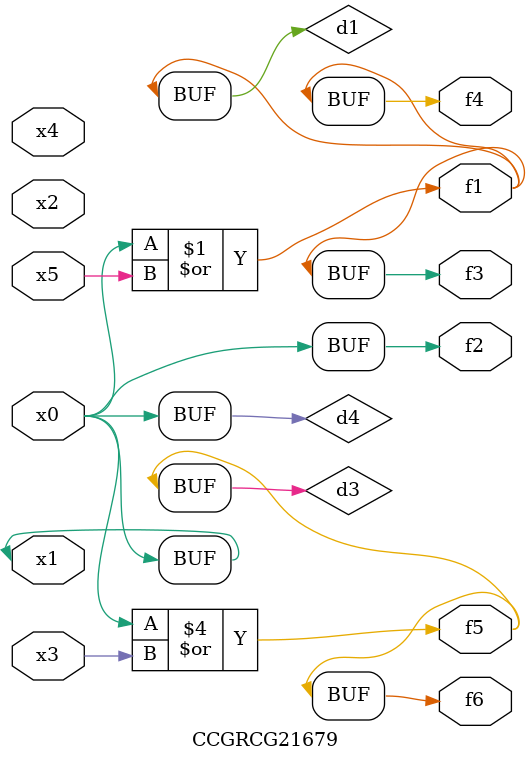
<source format=v>
module CCGRCG21679(
	input x0, x1, x2, x3, x4, x5,
	output f1, f2, f3, f4, f5, f6
);

	wire d1, d2, d3, d4;

	or (d1, x0, x5);
	xnor (d2, x1, x4);
	or (d3, x0, x3);
	buf (d4, x0, x1);
	assign f1 = d1;
	assign f2 = d4;
	assign f3 = d1;
	assign f4 = d1;
	assign f5 = d3;
	assign f6 = d3;
endmodule

</source>
